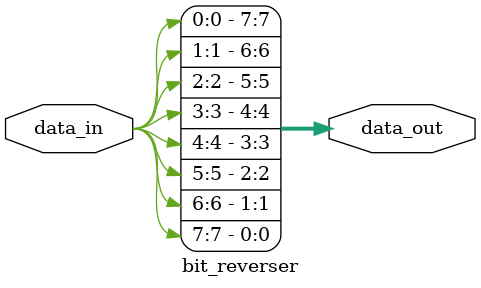
<source format=sv>
module bit_reverser (
    input logic [7:0] data_in,
    output logic [7:0] data_out
);

    assign data_out = {data_in[0], data_in[1], data_in[2], data_in[3], 
                       data_in[4], data_in[5], data_in[6], data_in[7]};

endmodule
</source>
